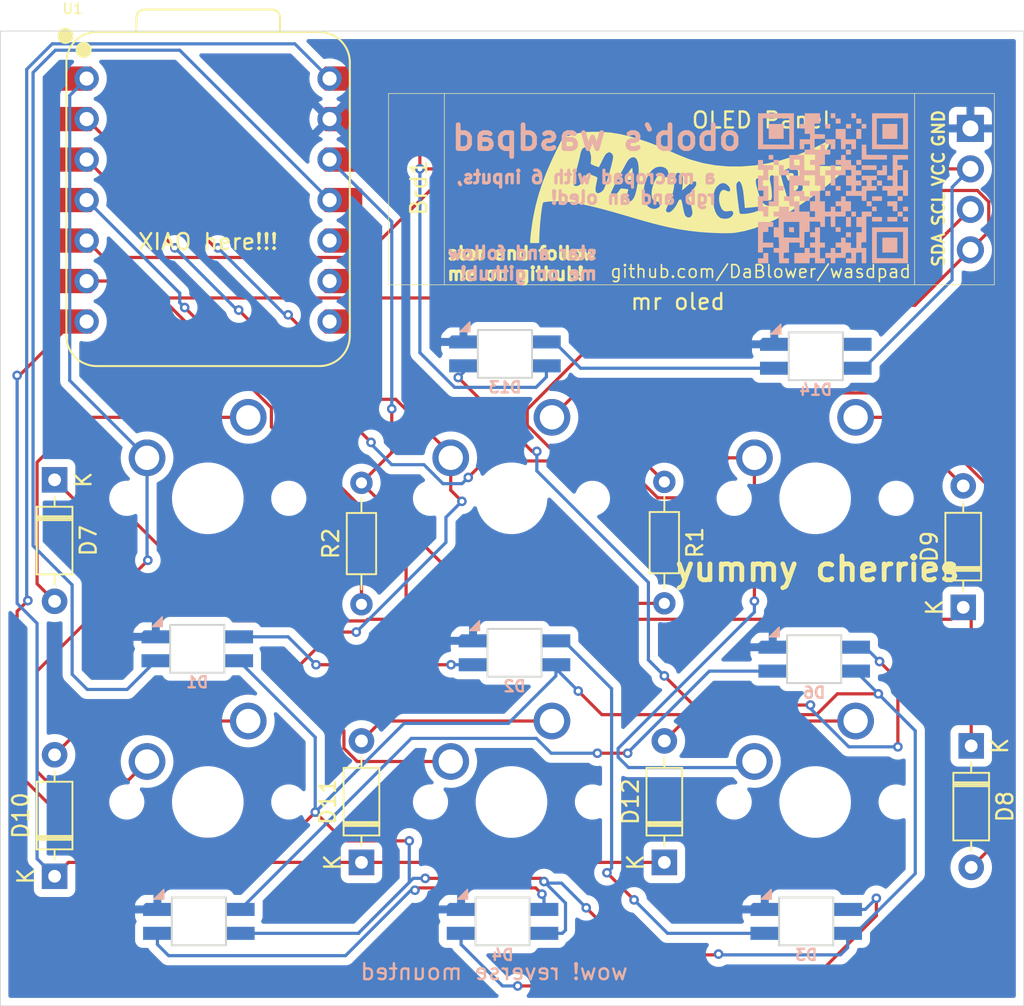
<source format=kicad_pcb>
(kicad_pcb (version 20240108) (generator "pcbnew") (generator_version "8.0")
  (layers (0 "F.Cu" signal) (31 "B.Cu" signal) (34 "B.Paste" user) (35 "F.Paste" user) (36 "B.SilkS" user "B.Silkscreen") (37 "F.SilkS" user "F.Silkscreen") (38 "B.Mask" user) (39 "F.Mask" user) (44 "Edge.Cuts" user))
  (net 0 "")
  (net 1 "GND")
  (net 2 "SDA")
  (net 3 "+5V")
  (net 4 "SCL")
  (net 5 "LEDin")
  (net 6 "Net-(D1-DOUT)")
  (net 7 "Net-(D2-DOUT)")
  (net 8 "DOUT")
  (net 9 "Net-(D4-DOUT)")
  (net 10 "Net-(D5-DOUT)")
  (net 11 "Row 0")
  (net 12 "Net-(D7-A)")
  (net 13 "Net-(D8-A)")
  (net 14 "Net-(D9-A)")
  (net 15 "Row 1")
  (net 16 "Net-(D10-A)")
  (net 17 "Net-(D11-A)")
  (net 18 "Net-(D12-A)")
  (net 19 "+3V3")
  (net 20 "Col 0")
  (net 21 "Col 1")
  (net 22 "Col 2")
  (net 29 "Net-(D13-DOUT)")
  (net 30 "Net-(D13-DIN)")
  (footprint "oled:SSD1306-0.91-OLED-4pin-128x32" (layer "F.Cu") (at 97.7 80.015)
    (property "Reference" "Brd1" (at 1.9 5.91 90) (layer "F.SilkS"))
    (property "Value" "SSD1306")
    (fp_text user "VCC" (at 34.5 4.73 -90) (layer "F.SilkS") (effects (font (size 0.75 0.75))))
    (fp_text user "GND" (at 34.5 2.19 -90) (layer "F.SilkS") (effects (font (size 0.75 0.75))))
    (fp_text user "OLED Panel" (at 23.39 1.675 0) (layer "F.SilkS"))
    (fp_text user "SDA" (at 34.5 9.81 -90) (layer "F.SilkS") (effects (font (size 0.75 0.75))))
    (fp_text user "SCL" (at 34.5 7.27 -90) (layer "F.SilkS") (effects (font (size 0.75 0.75))))
    (pad "1" thru_hole rect (at 36.5 2.19) (size 1.7 1.7) (drill 1) (layers "*.Cu" "*.Mask") (net 1 "GND"))
    (pad "2" thru_hole oval (at 36.5 4.73) (size 1.7 1.7) (drill 1) (layers "*.Cu" "*.Mask") (net 3 "+5V"))
    (pad "3" thru_hole oval (at 36.5 7.27) (size 1.7 1.7) (drill 1) (layers "*.Cu" "*.Mask") (net 4 "SCL"))
    (pad "4" thru_hole oval (at 36.5 9.81) (size 1.7 1.7) (drill 1) (layers "*.Cu" "*.Mask") (net 2 "SDA"))
  )
  (footprint "mx:MX-Solderable-1U" (layer "F.Cu") (at 86.36 124.46)
    (property "Reference" "SW4")
    (property "Value" "SW_Push_45deg")
    (pad "" np_thru_hole circle (at -5.08 0 48.099) (size 1.7018 1.7018) (drill 1.7018) (layers "F&B.Cu" "*.Mask"))
    (pad "" np_thru_hole circle (at 0 0) (size 3.9878 3.9878) (drill 3.9878) (layers "*.Cu" "*.Mask"))
    (pad "" np_thru_hole circle (at 5.08 0 48.099) (size 1.7018 1.7018) (drill 1.7018) (layers "F&B.Cu" "*.Mask"))
    (pad "1" thru_hole circle (at -3.81 -2.54) (size 2.3 2.3) (drill 1.524) (layers "*.Cu" "B.Mask") (net 20 "Col 0"))
    (pad "2" thru_hole circle (at 2.54 -5.08) (size 2.3 2.3) (drill 1.524) (layers "*.Cu" "B.Mask") (net 16 "Net-(D10-A)"))
  )
  (footprint "mx:MX-Solderable-1U" (layer "F.Cu") (at 124.46 124.46)
    (property "Reference" "SW6")
    (property "Value" "SW_Push_45deg")
    (pad "" np_thru_hole circle (at -5.08 0 48.099) (size 1.7018 1.7018) (drill 1.7018) (layers "F&B.Cu" "*.Mask"))
    (pad "" np_thru_hole circle (at 0 0) (size 3.9878 3.9878) (drill 3.9878) (layers "*.Cu" "*.Mask"))
    (pad "" np_thru_hole circle (at 5.08 0 48.099) (size 1.7018 1.7018) (drill 1.7018) (layers "F&B.Cu" "*.Mask"))
    (pad "1" thru_hole circle (at -3.81 -2.54) (size 2.3 2.3) (drill 1.524) (layers "*.Cu" "B.Mask") (net 22 "Col 2"))
    (pad "2" thru_hole circle (at 2.54 -5.08) (size 2.3 2.3) (drill 1.524) (layers "*.Cu" "B.Mask") (net 18 "Net-(D12-A)"))
  )
  (footprint "mx:MX-Solderable-1U" (layer "F.Cu") (at 86.36 105.41)
    (property "Reference" "SW1")
    (property "Value" "SW_Push_45deg")
    (pad "" np_thru_hole circle (at -5.08 0 48.099) (size 1.7018 1.7018) (drill 1.7018) (layers "F&B.Cu" "*.Mask"))
    (pad "" np_thru_hole circle (at 0 0) (size 3.9878 3.9878) (drill 3.9878) (layers "*.Cu" "*.Mask"))
    (pad "" np_thru_hole circle (at 5.08 0 48.099) (size 1.7018 1.7018) (drill 1.7018) (layers "F&B.Cu" "*.Mask"))
    (pad "1" thru_hole circle (at -3.81 -2.54) (size 2.3 2.3) (drill 1.524) (layers "*.Cu" "B.Mask") (net 20 "Col 0"))
    (pad "2" thru_hole circle (at 2.54 -5.08) (size 2.3 2.3) (drill 1.524) (layers "*.Cu" "B.Mask") (net 12 "Net-(D7-A)"))
  )
  (footprint "Diode_THT:D_DO-35_SOD27_P7.62mm_Horizontal" (layer "F.Cu") (at 76.75 104.25 -90)
    (property "Reference" "D7" (at 3.81 -2.12 90) (layer "F.SilkS"))
    (property "Value" "D")
    (fp_text user "K" (at 0 -1.8 90) (layer "F.SilkS"))
    (pad "1" thru_hole rect (at 0 0 270) (size 1.6 1.6) (drill 0.8) (layers "*.Cu" "*.Mask") (net 11 "Row 0"))
    (pad "2" thru_hole oval (at 7.62 0 270) (size 1.6 1.6) (drill 0.8) (layers "*.Cu" "*.Mask") (net 12 "Net-(D7-A)"))
  )
  (footprint "mx:MX-Solderable-1U" (layer "F.Cu") (at 124.46 105.41)
    (property "Reference" "SW3")
    (property "Value" "SW_Push_45deg")
    (pad "" np_thru_hole circle (at -5.08 0 48.099) (size 1.7018 1.7018) (drill 1.7018) (layers "F&B.Cu" "*.Mask"))
    (pad "" np_thru_hole circle (at 0 0) (size 3.9878 3.9878) (drill 3.9878) (layers "*.Cu" "*.Mask"))
    (pad "" np_thru_hole circle (at 5.08 0 48.099) (size 1.7018 1.7018) (drill 1.7018) (layers "F&B.Cu" "*.Mask"))
    (pad "1" thru_hole circle (at -3.81 -2.54) (size 2.3 2.3) (drill 1.524) (layers "*.Cu" "B.Mask") (net 22 "Col 2"))
    (pad "2" thru_hole circle (at 2.54 -5.08) (size 2.3 2.3) (drill 1.524) (layers "*.Cu" "B.Mask") (net 14 "Net-(D9-A)"))
  )
  (footprint "Diode_THT:D_DO-35_SOD27_P7.62mm_Horizontal" (layer "F.Cu") (at 134.25 120.94 -90)
    (property "Reference" "D8" (at 3.81 -2.12 90) (layer "F.SilkS"))
    (property "Value" "D")
    (fp_text user "K" (at 0 -1.8 90) (layer "F.SilkS"))
    (pad "1" thru_hole rect (at 0 0 270) (size 1.6 1.6) (drill 0.8) (layers "*.Cu" "*.Mask") (net 11 "Row 0"))
    (pad "2" thru_hole oval (at 7.62 0 270) (size 1.6 1.6) (drill 0.8) (layers "*.Cu" "*.Mask") (net 13 "Net-(D8-A)"))
  )
  (footprint "mx:MX-Solderable-1U" (layer "F.Cu") (at 105.41 124.46)
    (property "Reference" "SW5")
    (property "Value" "SW_Push_45deg")
    (pad "" np_thru_hole circle (at -5.08 0 48.099) (size 1.7018 1.7018) (drill 1.7018) (layers "F&B.Cu" "*.Mask"))
    (pad "" np_thru_hole circle (at 0 0) (size 3.9878 3.9878) (drill 3.9878) (layers "*.Cu" "*.Mask"))
    (pad "" np_thru_hole circle (at 5.08 0 48.099) (size 1.7018 1.7018) (drill 1.7018) (layers "F&B.Cu" "*.Mask"))
    (pad "1" thru_hole circle (at -3.81 -2.54) (size 2.3 2.3) (drill 1.524) (layers "*.Cu" "B.Mask") (net 21 "Col 1"))
    (pad "2" thru_hole circle (at 2.54 -5.08) (size 2.3 2.3) (drill 1.524) (layers "*.Cu" "B.Mask") (net 17 "Net-(D11-A)"))
  )
  (footprint "mx:MX-Solderable-1U" (layer "F.Cu") (at 105.41 105.41)
    (property "Reference" "SW2")
    (property "Value" "SW_Push_45deg")
    (pad "" np_thru_hole circle (at -5.08 0 48.099) (size 1.7018 1.7018) (drill 1.7018) (layers "F&B.Cu" "*.Mask"))
    (pad "" np_thru_hole circle (at 0 0) (size 3.9878 3.9878) (drill 3.9878) (layers "*.Cu" "*.Mask"))
    (pad "" np_thru_hole circle (at 5.08 0 48.099) (size 1.7018 1.7018) (drill 1.7018) (layers "F&B.Cu" "*.Mask"))
    (pad "1" thru_hole circle (at -3.81 -2.54) (size 2.3 2.3) (drill 1.524) (layers "*.Cu" "B.Mask") (net 21 "Col 1"))
    (pad "2" thru_hole circle (at 2.54 -5.08) (size 2.3 2.3) (drill 1.524) (layers "*.Cu" "B.Mask") (net 13 "Net-(D8-A)"))
  )
  (footprint "Diode_THT:D_DO-35_SOD27_P7.62mm_Horizontal" (layer "F.Cu") (at 76.75 129.12 90)
    (property "Reference" "D10" (at 3.81 -2.12 90) (layer "F.SilkS"))
    (property "Value" "D")
    (fp_text user "K" (at 0 -1.8 90) (layer "F.SilkS"))
    (pad "1" thru_hole rect (at 0 0 90) (size 1.6 1.6) (drill 0.8) (layers "*.Cu" "*.Mask") (net 15 "Row 1"))
    (pad "2" thru_hole oval (at 7.62 0 90) (size 1.6 1.6) (drill 0.8) (layers "*.Cu" "*.Mask") (net 16 "Net-(D10-A)"))
  )
  (footprint "Diode_THT:D_DO-35_SOD27_P7.62mm_Horizontal" (layer "F.Cu") (at 133.75 112.25 90)
    (property "Reference" "D9" (at 3.81 -2.12 90) (layer "F.SilkS"))
    (property "Value" "D")
    (fp_text user "K" (at 0 -1.8 90) (layer "F.SilkS"))
    (pad "1" thru_hole rect (at 0 0 90) (size 1.6 1.6) (drill 0.8) (layers "*.Cu" "*.Mask") (net 11 "Row 0"))
    (pad "2" thru_hole oval (at 7.62 0 90) (size 1.6 1.6) (drill 0.8) (layers "*.Cu" "*.Mask") (net 14 "Net-(D9-A)"))
  )
  (footprint "xiao:XIAO-RP2040-DIP" (layer "F.Cu") (at 86.38 86.7)
    (property "Reference" "U1" (at -8.5 -12 0) (layer "F.SilkS") (effects (font (size 0.635 0.635) (thickness 0.1016))))
    (property "Value" "XIAO-RP2040-DIP")
    (pad "1" smd roundrect (at -8.455 -7.62 180) (size 2.432 1.524) (layers "F.Cu" "F.Mask") (roundrect_rratio 0.1) (net 20 "Col 0"))
    (pad "1" thru_hole circle (at -7.62 -7.62 180) (size 1.524 1.524) (drill 0.889) (layers "*.Cu" "*.Mask") (net 20 "Col 0"))
    (pad "2" smd roundrect (at -8.455 -5.08 180) (size 2.432 1.524) (layers "F.Cu" "F.Mask") (roundrect_rratio 0.1) (net 21 "Col 1"))
    (pad "2" thru_hole circle (at -7.62 -5.08 180) (size 1.524 1.524) (drill 0.889) (layers "*.Cu" "*.Mask") (net 21 "Col 1"))
    (pad "3" smd roundrect (at -8.455 -2.54 180) (size 2.432 1.524) (layers "F.Cu" "F.Mask") (roundrect_rratio 0.1) (net 22 "Col 2"))
    (pad "3" thru_hole circle (at -7.62 -2.54 180) (size 1.524 1.524) (drill 0.889) (layers "*.Cu" "*.Mask") (net 22 "Col 2"))
    (pad "4" smd roundrect (at -8.455 0 180) (size 2.432 1.524) (layers "F.Cu" "F.Mask") (roundrect_rratio 0.1) (net 11 "Row 0"))
    (pad "4" thru_hole circle (at -7.62 0 180) (size 1.524 1.524) (drill 0.889) (layers "*.Cu" "*.Mask") (net 11 "Row 0"))
    (pad "5" smd roundrect (at -8.455 2.54 180) (size 2.432 1.524) (layers "F.Cu" "F.Mask") (roundrect_rratio 0.1) (net 2 "SDA"))
    (pad "5" thru_hole circle (at -7.62 2.54 180) (size 1.524 1.524) (drill 0.889) (layers "*.Cu" "*.Mask") (net 2 "SDA"))
    (pad "6" smd roundrect (at -8.455 5.08 180) (size 2.432 1.524) (layers "F.Cu" "F.Mask") (roundrect_rratio 0.1) (net 4 "SCL"))
    (pad "6" thru_hole circle (at -7.62 5.08 180) (size 1.524 1.524) (drill 0.889) (layers "*.Cu" "*.Mask") (net 4 "SCL"))
    (pad "7" smd roundrect (at -8.455 7.62 180) (size 2.432 1.524) (layers "F.Cu" "F.Mask") (roundrect_rratio 0.1) (net 15 "Row 1"))
    (pad "7" thru_hole circle (at -7.62 7.62 180) (size 1.524 1.524) (drill 0.889) (layers "*.Cu" "*.Mask") (net 15 "Row 1"))
    (pad "8" thru_hole circle (at 7.62 7.62) (size 1.524 1.524) (drill 0.889) (layers "*.Cu" "*.Mask"))
    (pad "8" smd roundrect (at 8.455 7.62) (size 2.432 1.524) (layers "F.Cu" "F.Mask") (roundrect_rratio 0.1))
    (pad "9" thru_hole circle (at 7.62 5.08) (size 1.524 1.524) (drill 0.889) (layers "*.Cu" "*.Mask"))
    (pad "9" smd roundrect (at 8.455 5.08) (size 2.432 1.524) (layers "F.Cu" "F.Mask") (roundrect_rratio 0.1))
    (pad "10" thru_hole circle (at 7.62 2.54) (size 1.524 1.524) (drill 0.889) (layers "*.Cu" "*.Mask"))
    (pad "10" smd roundrect (at 8.455 2.54) (size 2.432 1.524) (layers "F.Cu" "F.Mask") (roundrect_rratio 0.1))
    (pad "11" thru_hole circle (at 7.62 0) (size 1.524 1.524) (drill 0.889) (layers "*.Cu" "*.Mask") (net 5 "LEDin"))
    (pad "11" smd roundrect (at 8.455 0) (size 2.432 1.524) (layers "F.Cu" "F.Mask") (roundrect_rratio 0.1) (net 5 "LEDin"))
    (pad "12" thru_hole circle (at 7.62 -2.54) (size 1.524 1.524) (drill 0.889) (layers "*.Cu" "*.Mask") (net 19 "+3V3"))
    (pad "12" smd roundrect (at 8.455 -2.54) (size 2.432 1.524) (layers "F.Cu" "F.Mask") (roundrect_rratio 0.1) (net 19 "+3V3"))
    (pad "13" thru_hole circle (at 7.62 -5.08) (size 1.524 1.524) (drill 0.889) (layers "*.Cu" "*.Mask") (net 1 "GND"))
    (pad "13" smd roundrect (at 8.455 -5.08) (size 2.432 1.524) (layers "F.Cu" "F.Mask") (roundrect_rratio 0.1) (net 1 "GND"))
    (pad "14" thru_hole circle (at 7.62 -7.62) (size 1.524 1.524) (drill 0.889) (layers "*.Cu" "*.Mask") (net 3 "+5V"))
    (pad "14" smd roundrect (at 8.455 -7.62) (size 2.432 1.524) (layers "F.Cu" "F.Mask") (roundrect_rratio 0.1) (net 3 "+5V"))
  )
  (footprint "LOGO" (layer "F.Cu") (at 116.585 85.9)
    (property "Reference" "G***" (hide yes))
    (property "Value" "LOGO" (hide yes))
  )
  (footprint "Resistor_THT:R_Axial_DIN0204_L3.6mm_D1.6mm_P7.62mm_Horizontal" (layer "F.Cu") (at 96 112.06 90)
    (property "Reference" "R2" (at 3.81 -1.92 90) (layer "F.SilkS"))
    (property "Value" "4k7")
    (pad "1" thru_hole circle (at 0 0 90) (size 1.4 1.4) (drill 0.7) (layers "*.Cu" "*.Mask") (net 4 "SCL"))
    (pad "2" thru_hole oval (at 7.62 0 90) (size 1.4 1.4) (drill 0.7) (layers "*.Cu" "*.Mask") (net 19 "+3V3"))
  )
  (footprint "Resistor_THT:R_Axial_DIN0204_L3.6mm_D1.6mm_P7.62mm_Horizontal" (layer "F.Cu") (at 115 104.38 -90)
    (property "Reference" "R1" (at 3.81 -1.92 90) (layer "F.SilkS"))
    (property "Value" "4k7")
    (pad "1" thru_hole circle (at 0 0 270) (size 1.4 1.4) (drill 0.7) (layers "*.Cu" "*.Mask") (net 2 "SDA"))
    (pad "2" thru_hole oval (at 7.62 0 270) (size 1.4 1.4) (drill 0.7) (layers "*.Cu" "*.Mask") (net 19 "+3V3"))
  )
  (footprint "Diode_THT:D_DO-35_SOD27_P7.62mm_Horizontal" (layer "F.Cu") (at 115 128.25 90)
    (property "Reference" "D12" (at 3.81 -2.12 90) (layer "F.SilkS"))
    (property "Value" "D")
    (fp_text user "K" (at 0 -1.8 90) (layer "F.SilkS"))
    (pad "1" thru_hole rect (at 0 0 90) (size 1.6 1.6) (drill 0.8) (layers "*.Cu" "*.Mask") (net 15 "Row 1"))
    (pad "2" thru_hole oval (at 7.62 0 90) (size 1.6 1.6) (drill 0.8) (layers "*.Cu" "*.Mask") (net 18 "Net-(D12-A)"))
  )
  (footprint "Diode_THT:D_DO-35_SOD27_P7.62mm_Horizontal" (layer "F.Cu") (at 96 128.25 90)
    (property "Reference" "D11" (at 3.81 -2.12 90) (layer "F.SilkS"))
    (property "Value" "D")
    (fp_text user "K" (at 0 -1.8 90) (layer "F.SilkS"))
    (pad "1" thru_hole rect (at 0 0 90) (size 1.6 1.6) (drill 0.8) (layers "*.Cu" "*.Mask") (net 15 "Row 1"))
    (pad "2" thru_hole oval (at 7.62 0 90) (size 1.6 1.6) (drill 0.8) (layers "*.Cu" "*.Mask") (net 17 "Net-(D11-A)"))
  )
  (footprint "cyao:SK6812MINI-E" (layer "B.Cu") (at 105.6 115.1 180)
    (property "Reference" "D2" (at 0 -2.1 0) (layer "B.SilkS") (effects (font (size 0.7 0.7)) (justify mirror)))
    (property "Value" "SK6812MINI" (hide yes))
    (fp_line (start 1.7 1.5) (end -1.7 1.5) (stroke (width 0.12)) (layer "Edge.Cuts"))
    (fp_line (start 1.7 -1.5) (end 1.7 1.5) (stroke (width 0.12)) (layer "Edge.Cuts"))
    (fp_line (start -1.7 1.5) (end -1.7 -1.5) (stroke (width 0.12)) (layer "Edge.Cuts"))
    (fp_line (start -1.7 -1.5) (end 1.7 -1.5) (stroke (width 0.12)) (layer "Edge.Cuts"))
    (pad "1" smd rect (at -2.6 0.75 180) (size 1.8 0.82) (layers "B.Cu" "B.Paste" "B.Mask") (net 7 "Net-(D2-DOUT)"))
    (pad "2" smd roundrect (at 2.6 0.75 180) (size 1.8 0.82) (layers "B.Cu" "B.Paste" "B.Mask") (roundrect_rratio 0) (chamfer_ratio 0.2) (chamfer bottom_right) (net 1 "GND"))
    (pad "3" smd rect (at 2.6 -0.75 180) (size 1.8 0.82) (layers "B.Cu" "B.Paste" "B.Mask") (net 6 "Net-(D1-DOUT)"))
    (pad "4" smd rect (at -2.6 -0.75 180) (size 1.8 0.82) (layers "B.Cu" "B.Paste" "B.Mask") (net 3 "+5V"))
  )
  (footprint "cyao:SK6812MINI-E" (layer "B.Cu") (at 85.8 131.95 180)
    (property "Reference" "D5" (hide yes))
    (property "Value" "SK6812MINI" (hide yes))
    (fp_line (start 1.7 1.5) (end -1.7 1.5) (stroke (width 0.12)) (layer "Edge.Cuts"))
    (fp_line (start 1.7 -1.5) (end 1.7 1.5) (stroke (width 0.12)) (layer "Edge.Cuts"))
    (fp_line (start -1.7 1.5) (end -1.7 -1.5) (stroke (width 0.12)) (layer "Edge.Cuts"))
    (fp_line (start -1.7 -1.5) (end 1.7 -1.5) (stroke (width 0.12)) (layer "Edge.Cuts"))
    (pad "1" smd rect (at -2.6 0.75 180) (size 1.8 0.82) (layers "B.Cu" "B.Paste" "B.Mask") (net 10 "Net-(D5-DOUT)"))
    (pad "2" smd roundrect (at 2.6 0.75 180) (size 1.8 0.82) (layers "B.Cu" "B.Paste" "B.Mask") (roundrect_rratio 0) (chamfer_ratio 0.2) (chamfer bottom_right) (net 1 "GND"))
    (pad "3" smd rect (at 2.6 -0.75 180) (size 1.8 0.82) (layers "B.Cu" "B.Paste" "B.Mask") (net 9 "Net-(D4-DOUT)"))
    (pad "4" smd rect (at -2.6 -0.75 180) (size 1.8 0.82) (layers "B.Cu" "B.Paste" "B.Mask") (net 3 "+5V"))
  )
  (footprint "cyao:SK6812MINI-E" (layer "B.Cu") (at 123.9 131.95 180)
    (property "Reference" "D3" (at 0 -2.1 0) (layer "B.SilkS") (effects (font (size 0.7 0.7)) (justify mirror)))
    (property "Value" "SK6812MINI" (hide yes))
    (fp_line (start 1.7 1.5) (end -1.7 1.5) (stroke (width 0.12)) (layer "Edge.Cuts"))
    (fp_line (start 1.7 -1.5) (end 1.7 1.5) (stroke (width 0.12)) (layer "Edge.Cuts"))
    (fp_line (start -1.7 1.5) (end -1.7 -1.5) (stroke (width 0.12)) (layer "Edge.Cuts"))
    (fp_line (start -1.7 -1.5) (end 1.7 -1.5) (stroke (width 0.12)) (layer "Edge.Cuts"))
    (pad "1" smd rect (at -2.6 0.75 180) (size 1.8 0.82) (layers "B.Cu" "B.Paste" "B.Mask") (net 8 "DOUT"))
    (pad "2" smd roundrect (at 2.6 0.75 180) (size 1.8 0.82) (layers "B.Cu" "B.Paste" "B.Mask") (roundrect_rratio 0) (chamfer_ratio 0.2) (chamfer bottom_right) (net 1 "GND"))
    (pad "3" smd rect (at 2.6 -0.75 180) (size 1.8 0.82) (layers "B.Cu" "B.Paste" "B.Mask") (net 7 "Net-(D2-DOUT)"))
    (pad "4" smd rect (at -2.6 -0.75 180) (size 1.8 0.82) (layers "B.Cu" "B.Paste" "B.Mask") (net 3 "+5V"))
  )
  (footprint "cyao:SK6812MINI-E" (layer "B.Cu") (at 124.4 115.5 180)
    (property "Reference" "D6" (at 0 -2.1 0) (layer "B.SilkS") (effects (font (size 0.7 0.7)) (justify mirror)))
    (property "Value" "SK6812MINI" (hide yes))
    (fp_line (start 1.7 1.5) (end -1.7 1.5) (stroke (width 0.12)) (layer "Edge.Cuts"))
    (fp_line (start 1.7 -1.5) (end 1.7 1.5) (stroke (width 0.12)) (layer "Edge.Cuts"))
    (fp_line (start -1.7 1.5) (end -1.7 -1.5) (stroke (width 0.12)) (layer "Edge.Cuts"))
    (fp_line (start -1.7 -1.5) (end 1.7 -1.5) (stroke (width 0.12)) (layer "Edge.Cuts"))
    (pad "1" smd rect (at -2.6 0.75 180) (size 1.8 0.82) (layers "B.Cu" "B.Paste" "B.Mask") (net 30 "Net-(D13-DIN)"))
    (pad "2" smd roundrect (at 2.6 0.75 180) (size 1.8 0.82) (layers "B.Cu" "B.Paste" "B.Mask") (roundrect_rratio 0) (chamfer_ratio 0.2) (chamfer bottom_right) (net 1 "GND"))
    (pad "3" smd rect (at 2.6 -0.75 180) (size 1.8 0.82) (layers "B.Cu" "B.Paste" "B.Mask") (net 10 "Net-(D5-DOUT)"))
    (pad "4" smd rect (at -2.6 -0.75 180) (size 1.8 0.82) (layers "B.Cu" "B.Paste" "B.Mask") (net 3 "+5V"))
  )
  (footprint "cyao:SK6812MINI-E" (layer "B.Cu") (at 105 96.35 180)
    (property "Reference" "D13" (at 0 -2.1 0) (layer "B.SilkS") (effects (font (size 0.7 0.7)) (justify mirror)))
    (property "Value" "SK6812MINI" (hide yes))
    (fp_line (start 1.7 1.5) (end -1.7 1.5) (stroke (width 0.12)) (layer "Edge.Cuts"))
    (fp_line (start 1.7 -1.5) (end 1.7 1.5) (stroke (width 0.12)) (layer "Edge.Cuts"))
    (fp_line (start -1.7 1.5) (end -1.7 -1.5) (stroke (width 0.12)) (layer "Edge.Cuts"))
    (fp_line (start -1.7 -1.5) (end 1.7 -1.5) (stroke (width 0.12)) (layer "Edge.Cuts"))
    (pad "1" smd rect (at -2.6 0.75 180) (size 1.8 0.82) (layers "B.Cu" "B.Paste" "B.Mask") (net 29 "Net-(D13-DOUT)"))
    (pad "2" smd roundrect (at 2.6 0.75 180) (size 1.8 0.82) (layers "B.Cu" "B.Paste" "B.Mask") (roundrect_rratio 0) (chamfer_ratio 0.2) (chamfer bottom_right) (net 1 "GND"))
    (pad "3" smd rect (at 2.6 -0.75 180) (size 1.8 0.82) (layers "B.Cu" "B.Paste" "B.Mask") (net 30 "Net-(D13-DIN)"))
    (pad "4" smd rect (at -2.6 -0.75 180) (size 1.8 0.82) (layers "B.Cu" "B.Paste" "B.Mask") (net 3 "+5V"))
  )
  (footprint "cyao:SK6812MINI-E" (layer "B.Cu") (at 104.85 131.95 180)
    (property "Reference" "D4" (at 0 -2.1 0) (layer "B.SilkS") (effects (font (size 0.7 0.7)) (justify mirror)))
    (property "Value" "SK6812MINI" (hide yes))
    (fp_line (start 1.7 1.5) (end -1.7 1.5) (stroke (width 0.12)) (layer "Edge.Cuts"))
    (fp_line (start 1.7 -1.5) (end 1.7 1.5) (stroke (width 0.12)) (layer "Edge.Cuts"))
    (fp_line (start -1.7 1.5) (end -1.7 -1.5) (stroke (width 0.12)) (layer "Edge.Cuts"))
    (fp_line (start -1.7 -1.5) (end 1.7 -1.5) (stroke (width 0.12)) (layer "Edge.Cuts"))
    (pad "1" smd rect (at -2.6 0.75 180) (size 1.8 0.82) (layers "B.Cu" "B.Paste" "B.Mask") (net 9 "Net-(D4-DOUT)"))
    (pad "2" smd roundrect (at 2.6 0.75 180) (size 1.8 0.82) (layers "B.Cu" "B.Paste" "B.Mask") (roundrect_rratio 0) (chamfer_ratio 0.2) (chamfer bottom_right) (net 1 "GND"))
    (pad "3" smd rect (at 2.6 -0.75 180) (size 1.8 0.82) (layers "B.Cu" "B.Paste" "B.Mask") (net 8 "DOUT"))
    (pad "4" smd rect (at -2.6 -0.75 180) (size 1.8 0.82) (layers "B.Cu" "B.Paste" "B.Mask") (net 3 "+5V"))
  )
  (footprint "cyao:SK6812MINI-E" (layer "B.Cu") (at 85.7 114.85 180)
    (property "Reference" "D1" (at 0 -2.1 0) (layer "B.SilkS") (effects (font (size 0.7 0.7)) (justify mirror)))
    (property "Value" "SK6812MINI" (hide yes))
    (fp_line (start 1.7 1.5) (end -1.7 1.5) (stroke (width 0.12)) (layer "Edge.Cuts"))
    (fp_line (start 1.7 -1.5) (end 1.7 1.5) (stroke (width 0.12)) (layer "Edge.Cuts"))
    (fp_line (start -1.7 1.5) (end -1.7 -1.5) (stroke (width 0.12)) (layer "Edge.Cuts"))
    (fp_line (start -1.7 -1.5) (end 1.7 -1.5) (stroke (width 0.12)) (layer "Edge.Cuts"))
    (pad "1" smd rect (at -2.6 0.75 180) (size 1.8 0.82) (layers "B.Cu" "B.Paste" "B.Mask") (net 6 "Net-(D1-DOUT)"))
    (pad "2" smd roundrect (at 2.6 0.75 180) (size 1.8 0.82) (layers "B.Cu" "B.Paste" "B.Mask") (roundrect_rratio 0) (chamfer_ratio 0.2) (chamfer bottom_right) (net 1 "GND"))
    (pad "3" smd rect (at 2.6 -0.75 180) (size 1.8 0.82) (layers "B.Cu" "B.Paste" "B.Mask") (net 5 "LEDin"))
    (pad "4" smd rect (at -2.6 -0.75 180) (size 1.8 0.82) (layers "B.Cu" "B.Paste" "B.Mask") (net 3 "+5V"))
  )
  (footprint "cyao:SK6812MINI-E" (layer "B.Cu") (at 124.5 96.5 180)
    (property "Reference" "D14" (at 0 -2.1 0) (layer "B.SilkS") (effects (font (size 0.7 0.7)) (justify mirror)))
    (property "Value" "SK6812MINI" (hide yes))
    (fp_line (start 1.7 1.5) (end -1.7 1.5) (stroke (width 0.12)) (layer "Edge.Cuts"))
    (fp_line (start 1.7 -1.5) (end 1.7 1.5) (stroke (width 0.12)) (layer "Edge.Cuts"))
    (fp_line (start -1.7 1.5) (end -1.7 -1.5) (stroke (width 0.12)) (layer "Edge.Cuts"))
    (fp_line (start -1.7 -1.5) (end 1.7 -1.5) (stroke (width 0.12)) (layer "Edge.Cuts"))
    (pad "1" smd rect (at -2.6 0.75 180) (size 1.8 0.82) (layers "B.Cu" "B.Paste" "B.Mask"))
    (pad "2" smd roundrect (at 2.6 0.75 180) (size 1.8 0.82) (layers "B.Cu" "B.Paste" "B.Mask") (roundrect_rratio 0) (chamfer_ratio 0.2) (chamfer bottom_right) (net 1 "GND"))
    (pad "3" smd rect (at 2.6 -0.75 180) (size 1.8 0.82) (layers "B.Cu" "B.Paste" "B.Mask") (net 29 "Net-(D13-DOUT)"))
    (pad "4" smd rect (at -2.6 -0.75 180) (size 1.8 0.82) (layers "B.Cu" "B.Paste" "B.Mask") (net 3 "+5V"))
  )
  (footprint "LOGO" (layer "B.Cu") (at 125.58 85.96 180)
    (property "Reference" "G***" (hide yes))
    (property "Value" "LOGO" (hide yes))
  )
  (gr_rect (start 73.35 76.1) (end 137.55 137.25) (stroke (width 0.05)) (fill none) (layer "Edge.Cuts"))
  (gr_text "obob's wasdpad" (at 119.98 83.67 -0) (layer "B.SilkS") (effects (font (size 1.5 1.5) (thickness 0.3) (bold yes)) (justify left bottom mirror)))
  (gr_text "wow! reverse mounted" (at 112.8 135.7 -0) (layer "B.SilkS") (effects (font (size 1 1)) (justify left bottom mirror)))
  (gr_text "star and follow\nme on github!" (at 110.88 91.78 -0) (layer "B.SilkS") (effects (font (size 0.8 0.8) (thickness 0.2) (bold yes)) (justify left bottom mirror)))
  (gr_text "a macropad with 6 inputs,\nrgb and an oled!" (at 118.35 87.02 -0) (layer "B.SilkS") (effects (font (size 0.8 0.8) (thickness 0.2) (bold yes)) (justify left bottom mirror)))
  (gr_text "XIAO here!!!" (at 81.9 89.9 0) (layer "F.SilkS") (effects (font (size 1 1)) (justify left bottom)))
  (gr_text "star and follow\nme on github!" (at 101.28 91.8 0) (layer "F.SilkS") (effects (font (size 0.8 0.8) (thickness 0.2) (bold yes)) (justify left bottom)))
  (gr_text "yummy cherries" (at 115.52 110.72 0) (layer "F.SilkS") (effects (font (size 1.5 1.5) (thickness 0.3) (bold yes)) (justify left bottom)))
  (gr_text "mr oled" (at 112.8 93.66 0) (layer "F.SilkS") (effects (font (size 1 1)) (justify left bottom)))
  (gr_text "github.com/DaBlower/wasdpad" (at 111.55 91.65 0) (layer "F.SilkS") (effects (font (size 0.8 0.8) (thickness 0.1)) (justify left bottom)))
  (segment (start 100.3 86.1) (end 96.098 90.302) (width 0.2) (layer "F.Cu") (net 2))
  (segment (start 106.4 100.83061) (end 106.4 99.82939) (width 0.2) (layer "F.Cu") (net 2))
  (segment (start 96.098 90.302) (end 79.822 90.302) (width 0.2) (layer "F.Cu") (net 2))
  (segment (start 79.822 90.302) (end 78.76 89.24) (width 0.2) (layer "F.Cu") (net 2))
  (segment (start 135.35 88.675) (end 135.35 86.808654) (width 0.2) (layer "F.Cu") (net 2))
  (segment (start 106.4 99.82939) (end 112.92939 93.3) (width 0.2) (layer "F.Cu") (net 2))
  (segment (start 112.92939 93.3) (end 130.725 93.3) (width 0.2) (layer "F.Cu") (net 2))
  (segment (start 113.6861 103.0661) (end 108.63549 103.0661) (width 0.2) (layer "F.Cu") (net 2))
  (segment (start 134.2 89.825) (end 135.35 88.675) (width 0.2) (layer "F.Cu") (net 2))
  (segment (start 134.641346 86.1) (end 100.3 86.1) (width 0.2) (layer "F.Cu") (net 2))
  (segment (start 130.725 93.3) (end 134.2 89.825) (width 0.2) (layer "F.Cu") (net 2))
  (segment (start 108.63549 103.0661) (end 106.4 100.83061) (width 0.2) (layer "F.Cu") (net 2))
  (segment (start 115 104.38) (end 113.6861 103.0661) (width 0.2) (layer "F.Cu") (net 2))
  (segment (start 135.35 86.808654) (end 134.641346 86.1) (width 0.2) (layer "F.Cu") (net 2))
  (segment (start 125.855 117.675) (end 128.425 117.675) (width 0.2) (layer "F.Cu") (net 3))
  (segment (start 110.1 131.1) (end 113.05 134.05) (width 0.2) (layer "F.Cu") (net 3))
  (segment (start 78.6039 126.8039) (end 74.4 122.6) (width 0.2) (layer "F.Cu") (net 3))
  (segment (start 93.1 125.1) (end 91.3961 126.8039) (width 0.2) (layer "F.Cu") (net 3))
  (segment (start 111.08 118.98) (end 124.55 118.98) (width 0.2) (layer "F.Cu") (net 3))
  (segment (start 93.1 125.1) (end 94.9 126.9) (width 0.2) (layer "F.Cu") (net 3))
  (segment (start 113.05 134.05) (end 118.35 134.05) (width 0.2) (layer "F.Cu") (net 3))
  (segment (start 74.4 122.6) (end 74.4 112.5) (width 0.2) (layer "F.Cu") (net 3))
  (segment (start 99.665 84.745) (end 99.665 83.66737) (width 0.2) (layer "F.Cu") (net 3))
  (segment (start 94.9 126.9) (end 99 126.9) (width 0.2) (layer "F.Cu") (net 3))
  (segment (start 91.3961 126.8039) (end 78.6039 126.8039) (width 0.2) (layer "F.Cu") (net 3))
  (segment (start 100 129.25) (end 107.25 129.25) (width 0.2) (layer "F.Cu") (net 3))
  (segment (start 107.25 129.25) (end 107.45 129.45) (width 0.2) (layer "F.Cu") (net 3))
  (segment (start 95.07763 79.08) (end 94 79.08) (width 0.2) (layer "F.Cu") (net 3))
  (segment (start 109.6 117.5) (end 111.08 118.98) (width 0.2) (layer "F.Cu") (net 3))
  (segment (start 99.665 83.66737) (end 95.07763 79.08) (width 0.2) (layer "F.Cu") (net 3))
  (segment (start 118.35 134.05) (end 118.4 134) (width 0.2) (layer "F.Cu") (net 3))
  (segment (start 134.2 84.745) (end 99.665 84.745) (width 0.2) (layer "F.Cu") (net 3))
  (segment (start 74.4 112.5) (end 75.074265 111.825735) (width 0.2) (layer "F.Cu") (net 3))
  (segment (start 124.55 118.98) (end 125.855 117.675) (width 0.2) (layer "F.Cu") (net 3))
  (via (at 107.45 129.45) (size 0.6) (drill 0.3) (layers "F.Cu" "B.Cu") (net 3))
  (via (at 75.074265 111.825735) (size 0.6) (drill 0.3) (layers "F.Cu" "B.Cu") (net 3))
  (via (at 128.425 117.675) (size 0.6) (drill 0.3) (layers "F.Cu" "B.Cu") (net 3))
  (via (at 109.6 117.5) (size 0.6) (drill 0.3) (layers "F.Cu" "B.Cu") (net 3))
  (via (at 93.1 125.1) (size 0.6) (drill 0.3) (layers "F.Cu" "B.Cu") (net 3))
  (via (at 99.665 84.745) (size 0.6) (drill 0.3) (layers "F.Cu" "B.Cu") (net 3))
  (via (at 110.1 131.1) (size 0.6) (drill 0.3) (layers "F.Cu" "B.Cu") (net 3))
  (via (at 99 126.9) (size 0.6) (drill 0.3) (layers "F.Cu" "B.Cu") (net 3))
  (via (at 100 129.25) (size 0.6) (drill 0.3) (layers "F.Cu" "B.Cu") (net 3))
  (via (at 118.4 134) (size 0.6) (drill 0.3) (layers "F.Cu" "B.Cu") (net 3))
  (segment (start 88.4 132.7) (end 95.834314 132.7) (width 0.2) (layer "B.Cu") (net 3))
  (segment (start 108.6 132.7) (end 107.45 132.7) (width 0.2) (layer "B.Cu") (net 3))
  (segment (start 133.05 91.71) (end 133.05 85.895) (width 0.2) (layer "B.Cu") (net 3))
  (segment (start 126.5 132.7) (end 126.99 132.7) (width 0.2) (layer "B.Cu") (net 3))
  (segment (start 75 111.9) (end 75 78.5) (width 0.2) (layer "B.Cu") (net 3))
  (segment (start 107.45 129.45) (end 108.8 130.8) (width 0.2) (layer "B.Cu") (net 3))
  (segment (start 108.2 115.85) (end 108.2 116.1) (width 0.2) (layer "B.Cu") (net 3))
  (segment (start 108.55 129.55) (end 110.1 131.1) (width 0.2) (layer "B.Cu") (net 3))
  (segment (start 93.1 120.4) (end 88.3 115.6) (width 0.2) (layer "B.Cu") (net 3))
  (segment (start 99.665 96.275) (end 99.665 84.745) (width 0.2) (layer "B.Cu") (net 3))
  (segment (start 105.218528 119.53) (end 98.67 119.53) (width 0.2) (layer "B.Cu") (net 3))
  (segment (start 118.45 134.05) (end 126.05 134.05) (width 0.2) (layer "B.Cu") (net 3))
  (segment (start 107.45 129.45) (end 107.55 129.55) (width 0.2) (layer "B.Cu") (net 3))
  (segment (start 93.1 125.1) (end 93.1 120.4) (width 0.2) (layer "B.Cu") (net 3))
  (segment (start 133.05 85.895) (end 134.2 84.745) (width 0.2) (layer "B.Cu") (net 3))
  (segment (start 99.25 129.25) (end 100 129.25) (width 0.2) (layer "B.Cu") (net 3))
  (segment (start 99 126.9) (end 99 129.5) (width 0.2) (layer "B.Cu") (net 3))
  (segment (start 106.948528 98.45) (end 101.84 98.45) (width 0.2) (layer "B.Cu") (net 3))
  (segment (start 127.1 97.25) (end 127.51 97.25) (width 0.2) (layer "B.Cu") (net 3))
  (segment (start 128.425 117.675) (end 127 116.25) (width 0.2) (layer "B.Cu") (net 3))
  (segment (start 99 129.5) (end 95.834314 132.665686) (width 0.2) (layer "B.Cu") (net 3))
  (segment (start 126.05 134.05) (end 126.5 133.6) (width 0.2) (layer "B.Cu") (net 3))
  (segment (start 101.84 98.45) (end 99.665 96.275) (width 0.2) (layer "B.Cu") (net 3))
  (segment (start 126.5 133.6) (end 126.5 132.7) (width 0.2) (layer "B.Cu") (net 3))
  (segment (start 107.6 97.798528) (end 106.948528 98.45) (width 0.2) (layer "B.Cu") (net 3))
  (segment (start 127.51 97.25) (end 133.05 91.71) (width 0.2) (layer "B.Cu") (net 3))
  (segment (start 108.2 116.548528) (end 105.218528 119.53) (width 0.2) (layer "B.Cu") (net 3))
  (segment (start 76.6 76.9) (end 91.82 76.9) (width 0.2) (layer "B.Cu") (net 3))
  (segment (start 108.2 116.1) (end 109.6 117.5) (width 0.2) (layer "B.Cu") (net 3))
  (segment (start 108.2 115.85) (end 108.2 116.548528) (width 0.2) (layer "B.Cu") (net 3))
  (segment (start 108.8 130.8) (end 108.8 132.5) (width 0.2) (layer "B.Cu") (net 3))
  (segment (start 108.8 132.5) (end 108.6 132.7) (width 0.2) (layer "B.Cu") (net 3))
  (segment (start 107.6 97.1) (end 107.6 97.798528) (width 0.2) (layer "B.Cu") (net 3))
  (segment (start 95.834314 132.665686) (end 95.834314 132.7) (width 0.2) (layer "B.Cu") (net 3))
  (segment (start 126.99 132.7) (end 130.7409 128.9491) (width 0.2) (layer "B.Cu") (net 3))
  (segment (start 75 78.5) (end 76.6 76.9) (width 0.2) (layer "B.Cu") (net 3))
  (segment (start 91.82 76.9) (end 94 79.08) (width 0.2) (layer "B.Cu") (net 3))
  (segment (start 99 129.5) (end 99.25 129.25) (width 0.2) (layer "B.Cu") (net 3))
  (segment (start 107.55 129.55) (end 108.55 129.55) (width 0.2) (layer "B.Cu") (net 3))
  (segment (start 130.7409 128.9491) (end 130.7409 119.9909) (width 0.2) (layer "B.Cu") (net 3))
  (segment (start 118.4 134) (end 118.45 134.05) (width 0.2) (layer "B.Cu") (net 3))
  (segment (start 98.67 119.53) (end 93.1 125.1) (width 0.2) (layer "B.Cu") (net 3))
  (segment (start 130.7409 119.9909) (end 128.425 117.675) (width 0.2) (layer "B.Cu") (net 3))
  (segment (start 90.35 99.72939) (end 83.110305 92.489695) (width 0.2) (layer "F.Cu") (net 4))
  (segment (start 83.110305 92.489695) (end 82.40061 91.78) (width 0.2) (layer "F.Cu") (net 4))
  (segment (start 82.40061 91.78) (end 78.76 91.78) (width 0.2) (layer "F.Cu") (net 4))
  (segment (start 90.35 100.93061) (end 90.35 99.72939) (width 0.2) (layer "F.Cu") (net 4))
  (segment (start 128.643 92.842) (end 83.46261 92.842) (width 0.2) (layer "F.Cu") (net 4))
  (segment (start 83.46261 92.842) (end 83.110305 92.489695) (width 0.2) (layer "F.Cu") (net 4))
  (segment (start 134.2 87.285) (end 128.643 92.842) (width 0.2) (layer "F.Cu") (net 4))
  (segment (start 96 112.06) (end 96 106.58061) (width 0.2) (layer "F.Cu") (net 4))
  (segment (start 96 106.58061) (end 90.35 100.93061) (width 0.2) (layer "F.Cu") (net 4))
  (segment (start 83.1 115.6) (end 82.61 115.6) (width 0.2) (layer "B.Cu") (net 5))
  (segment (start 77.85 116.45) (end 78.8 117.4) (width 0.2) (layer "B.Cu") (net 5))
  (segment (start 84.6 77.3) (end 94 86.7) (width 0.2) (layer "B.Cu") (net 5))
  (segment (start 81.3 117.4) (end 83.1 115.6) (width 0.2) (layer "B.Cu") (net 5))
  (segment (start 76.8 77.3) (end 84.6 77.3) (width 0.2) (layer "B.Cu") (net 5))
  (segment (start 75.4 108.39) (end 77.85 110.84) (width 0.2) (layer "B.Cu") (net 5))
  (segment (start 75.4 108.39) (end 75.4 78.7) (width 0.2) (layer "B.Cu") (net 5))
  (segment (start 75.4 78.7) (end 76.8 77.3) (width 0.2) (layer "B.Cu") (net 5))
  (segment (start 78.8 117.4) (end 81.3 117.4) (width 0.2) (layer "B.Cu") (net 5))
  (segment (start 77.85 110.84) (end 77.85 116.45) (width 0.2) (layer "B.Cu") (net 5))
  (segment (start 93.15 115.85) (end 101.62 115.85) (width 0.2) (layer "F.Cu") (net 6))
  (via (at 93.15 115.85) (size 0.6) (drill 0.3) (layers "F.Cu" "B.Cu") (net 6))
  (via (at 101.62 115.85) (size 0.6) (drill 0.3) (layers "F.Cu" "B.Cu") (net 6))
  (segment (start 101.62 115.85) (end 103 115.85) (width 0.2) (layer "B.Cu") (net 6))
  (segment (start 88.3 114.1) (end 91.4 114.1) (width 0.2) (layer "B.Cu") (net 6))
  (segment (start 91.4 114.1) (end 93.15 115.85) (width 0.2) (layer "B.Cu") (net 6))
  (segment (start 113.1 130.6) (end 111.4 128.9) (width 0.2) (layer "F.Cu") (net 7))
  (via (at 111.4 128.9) (size 0.6) (drill 0.3) (layers "F.Cu" "B.Cu") (net 7))
  (via (at 113.1 130.6) (size 0.6) (drill 0.3) (layers "F.Cu" "B.Cu") (net 7))
  (segment (start 115.2 132.7) (end 113.1 130.6) (width 0.2) (layer "B.Cu") (net 7))
  (segment (start 111.6909 117.3509) (end 108.69 114.35) (width 0.2) (layer "B.Cu") (net 7))
  (segment (start 111.4 128.9) (end 111.6909 128.6091) (width 0.2) (layer "B.Cu") (net 7))
  (segment (start 111.6909 128.6091) (end 111.6909 117.3509) (width 0.2) (layer "B.Cu") (net 7))
  (segment (start 121.3 132.7) (end 115.2 132.7) (width 0.2) (layer "B.Cu") (net 7))
  (segment (start 108.69 114.35) (end 108.2 114.35) (width 0.2) (layer "B.Cu") (net 7))
  (segment (start 128.3 130.5) (end 128.3 131.598528) (width 0.2) (layer "F.Cu") (net 8))
  (segment (start 128.3 131.598528) (end 123.898528 136) (width 0.2) (layer "F.Cu") (net 8))
  (segment (start 123.898528 136) (end 105.8 136) (width 0.2) (layer "F.Cu") (net 8))
  (via (at 128.3 130.5) (size 0.6) (drill 0.3) (layers "F.Cu" "B.Cu") (net 8))
  (via (at 105.8 136) (size 0.6) (drill 0.3) (layers "F.Cu" "B.Cu") (net 8))
  (segment (start 102.25 133.398528) (end 102.25 132.7) (width 0.2) (layer "B.Cu") (net 8))
  (segment (start 127.6 131.2) (end 128.3 130.5) (width 0.2) (layer "B.Cu") (net 8))
  (segment (start 104.851472 136) (end 102.25 133.398528) (width 0.2) (layer "B.Cu") (net 8))
  (segment (start 105.8 136) (end 104.851472 136) (width 0.2) (layer "B.Cu") (net 8))
  (segment (start 126.5 131.2) (end 127.6 131.2) (width 0.2) (layer "B.Cu") (net 8))
  (segment (start 99.498529 129.85) (end 99.354515 129.994014) (width 0.2) (layer "F.Cu") (net 9))
  (segment (start 106.932185 129.85) (end 99.498529 129.85) (width 0.2) (layer "F.Cu") (net 9))
  (segment (start 107.321857 130.239672) (end 106.932185 129.85) (width 0.2) (layer "F.Cu") (net 9))
  (via (at 99.354515 129.994014) (size 0.6) (drill 0.3) (layers "F.Cu" "B.Cu") (net 9))
  (via (at 107.321857 130.239672) (size 0.6) (drill 0.3) (layers "F.Cu" "B.Cu") (net 9))
  (segment (start 83.2 132.7) (end 83.2 133.398528) (width 0.2) (layer "B.Cu") (net 9))
  (segment (start 107.45 130.367815) (end 107.321857 130.239672) (width 0.2) (layer "B.Cu") (net 9))
  (segment (start 107.45 131.2) (end 107.45 130.367815) (width 0.2) (layer "B.Cu") (net 9))
  (segment (start 83.2 133.398528) (end 83.901472 134.1) (width 0.2) (layer "B.Cu") (net 9))
  (segment (start 83.901472 134.1) (end 94.999999 134.1) (width 0.2) (layer "B.Cu") (net 9))
  (segment (start 94.999999 134.1) (end 99.249999 129.85) (width 0.2) (layer "B.Cu") (net 9))
  (segment (start 110.8 121.4) (end 112.7 121.4) (width 0.2) (layer "F.Cu") (net 10))
  (via (at 110.8 121.4) (size 0.6) (drill 0.3) (layers "F.Cu" "B.Cu") (net 10))
  (via (at 112.7 121.4) (size 0.6) (drill 0.3) (layers "F.Cu" "B.Cu") (net 10))
  (segment (start 107.9 121.4) (end 110.8 121.4) (width 0.2) (layer "B.Cu") (net 10))
  (segment (start 112.7 121.374365) (end 117.824365 116.25) (width 0.2) (layer "B.Cu") (net 10))
  (segment (start 99.13 120.47) (end 106.97 120.47) (width 0.2) (layer "B.Cu") (net 10))
  (segment (start 117.824365 116.25) (end 121.8 116.25) (width 0.2) (layer "B.Cu") (net 10))
  (segment (start 106.97 120.47) (end 107.9 121.4) (width 0.2) (layer "B.Cu") (net 10))
  (segment (start 112.7 121.4) (end 112.7 121.374365) (width 0.2) (layer "B.Cu") (net 10))
  (segment (start 88.4 131.2) (end 99.13 120.47) (width 0.2) (layer "B.Cu") (net 10))
  (segment (start 90.75 99.280863) (end 84.911137 93.442) (width 0.2) (layer "F.Cu") (net 11))
  (segment (start 90.75 100.75) (end 90.75 99.280863) (width 0.2) (layer "F.Cu") (net 11))
  (segment (start 98.8 108.8) (end 90.75 100.75) (width 0.2) (layer "F.Cu") (net 11))
  (segment (start 98.8 113) (end 96.4 113) (width 0.2) (layer "F.Cu") (net 11))
  (segment (start 88 113.101472) (end 81.598528 106.7) (width 0.2) (layer "F.Cu") (net 11))
  (segment (start 134.25 120.94) (end 134.25 112.75) (width 0.2) (layer "F.Cu") (net 11))
  (segment (start 133 113) (end 98.8 113) (width 0.2) (layer "F.Cu") (net 11))
  (segment (start 134.25 112.75) (end 133.75 112.25) (width 0.2) (layer "F.Cu") (net 11))
  (segment (start 79.2 106.7) (end 76.75 104.25) (width 0.2) (layer "F.Cu") (net 11))
  (segment (start 81.598528 106.7) (end 79.2 106.7) (width 0.2) (layer "F.Cu") (net 11))
  (segment (start 98.8 113) (end 98.8 108.8) (width 0.2) (layer "F.Cu") (net 11))
  (segment (start 133.75 112.25) (end 133 113) (width 0.2) (layer "F.Cu") (net 11))
  (segment (start 96.298528 113.101472) (end 88 113.101472) (width 0.2) (layer "F.Cu") (net 11))
  (segment (start 96.4 113) (end 96.298528 113.101472) (width 0.2) (layer "F.Cu") (net 11))
  (via (at 84.911137 93.442) (size 0.6) (drill 0.3) (layers "F.Cu" "B.Cu") (net 11))
  (segment (start 84.6 92.54) (end 78.76 86.7) (width 0.2) (layer "B.Cu") (net 11))
  (segment (start 84.6 93.130863) (end 84.6 92.54) (width 0.2) (layer "B.Cu") (net 11))
  (segment (start 84.911137 93.442) (end 84.6 93.130863) (width 0.2) (layer "B.Cu") (net 11))
  (segment (start 76.75 111.87) (end 75.65 110.77) (width 0.2) (layer "F.Cu") (net 12))
  (segment (start 75.65 103.15) (end 78.47 100.33) (width 0.2) (layer "F.Cu") (net 12))
  (segment (start 78.47 100.33) (end 88.9 100.33) (width 0.2) (layer "F.Cu") (net 12))
  (segment (start 75.65 110.77) (end 75.65 103.15) (width 0.2) (layer "F.Cu") (net 12))
  (segment (start 135.9 126.91) (end 135.9 105.224365) (width 0.2) (layer "F.Cu") (net 13))
  (segment (start 109.48 98.8) (end 107.95 100.33) (width 0.2) (layer "F.Cu") (net 13))
  (segment (start 134.25 128.56) (end 135.9 126.91) (width 0.2) (layer "F.Cu") (net 13))
  (segment (start 135.9 105.224365) (end 129.475635 98.8) (width 0.2) (layer "F.Cu") (net 13))
  (segment (start 129.475635 98.8) (end 109.48 98.8) (width 0.2) (layer "F.Cu") (net 13))
  (segment (start 129.45 100.33) (end 133.75 104.63) (width 0.2) (layer "F.Cu") (net 14))
  (segment (start 127 100.33) (end 129.45 100.33) (width 0.2) (layer "F.Cu") (net 14))
  (segment (start 115 128.25) (end 96 128.25) (width 0.2) (layer "F.Cu") (net 15))
  (segment (start 74.545 97.7) (end 77.925 94.32) (width 0.2) (layer "F.Cu") (net 15))
  (segment (start 74.4 97.7) (end 74.545 97.7) (width 0.2) (layer "F.Cu") (net 15))
  (segment (start 77.62 128.25) (end 76.75 129.12) (width 0.2) (layer "F.Cu") (net 15))
  (segment (start 96 128.25) (end 77.62 128.25) (width 0.2) (layer "F.Cu") (net 15))
  (via (at 74.4 97.7) (size 0.6) (drill 0.3) (layers "F.Cu" "B.Cu") (net 15))
  (segment (start 75.65 128.02) (end 75.65 113.25) (width 0.2) (layer "B.Cu") (net 15))
  (segment (start 76.75 129.12) (end 75.65 128.02) (width 0.2) (layer "B.Cu") (net 15))
  (segment (start 74.4 112) (end 74.4 97.7) (width 0.2) (layer "B.Cu") (net 15))
  (segment (start 75.65 113.25) (end 74.4 112) (width 0.2) (layer "B.Cu") (net 15))
  (segment (start 76.75 121.5) (end 78.87 119.38) (width 0.2) (layer "F.Cu") (net 16))
  (segment (start 78.87 119.38) (end 88.9 119.38) (width 0.2) (layer "F.Cu") (net 16))
  (segment (start 97.25 119.38) (end 107.95 119.38) (width 0.2) (layer "F.Cu") (net 17))
  (segment (start 96 120.63) (end 97.25 119.38) (width 0.2) (layer "F.Cu") (net 17))
  (segment (start 115 120.63) (end 116.25 119.38) (width 0.2) (layer "F.Cu") (net 18))
  (segment (start 116.25 119.38) (end 127 119.38) (width 0.2) (layer "F.Cu") (net 18))
  (segment (start 96 104.44) (end 103.56 112) (width 0.2) (layer "F.Cu") (net 19))
  (segment (start 103.56 112) (end 115 112) (width 0.2) (layer "F.Cu") (net 19))
  (segment (start 97.9 99.8) (end 97.9 102.54) (width 0.2) (layer "F.Cu") (net 19))
  (segment (start 97.9 102.54) (end 96 104.44) (width 0.2) (layer "F.Cu") (net 19))
  (via (at 97.9 99.8) (size 0.6) (drill 0.3) (layers "F.Cu" "B.Cu") (net 19))
  (segment (start 94 84.16) (end 97.9 88.06) (width 0.2) (layer "B.Cu") (net 19))
  (segment (start 97.9 88.06) (end 97.9 99.8) (width 0.2) (layer "B.Cu") (net 19))
  (segment (start 75.65 116.25) (end 75.65 122.55) (width 0.2) (layer "F.Cu") (net 20))
  (segment (start 75.65 122.55) (end 76.17 123.07) (width 0.2) (layer "F.Cu") (net 20))
  (segment (start 81.4 123.07) (end 82.55 121.92) (width 0.2) (layer "F.Cu") (net 20))
  (segment (start 76.17 123.07) (end 81.4 123.07) (width 0.2) (layer "F.Cu") (net 20))
  (segment (start 82.6 109.3) (end 75.65 116.25) (width 0.2) (layer "F.Cu") (net 20))
  (via (at 82.6 109.3) (size 0.6) (drill 0.3) (layers "F.Cu" "B.Cu") (net 20))
  (segment (start 77.698 98.018) (end 82.55 102.87) (width 0.2) (layer "B.Cu") (net 20))
  (segment (start 77.698 80.142) (end 77.698 98.018) (width 0.2) (layer "B.Cu") (net 20))
  (segment (start 82.55 109.25) (end 82.6 109.3) (width 0.2) (layer "B.Cu") (net 20))
  (segment (start 82.55 102.87) (end 82.55 109.25) (width 0.2) (layer "B.Cu") (net 20))
  (segment (start 78.76 79.08) (end 77.698 80.142) (width 0.2) (layer "B.Cu") (net 20))
  (segment (start 96.7 99.2) (end 98.148529 99.2) (width 0.2) (layer "F.Cu") (net 21))
  (segment (start 92.2 115.8) (end 94.2 113.8) (width 0.2) (layer "F.Cu") (net 21))
  (segment (start 98.148529 99.2) (end 101.6 102.651471) (width 0.2) (layer "F.Cu") (net 21))
  (segment (start 94.2 113.8) (end 95.674214 113.8) (width 0.2) (layer "F.Cu") (net 21))
  (segment (start 94.9 121.085635) (end 94.9 120) (width 0.2) (layer "F.Cu") (net 21))
  (segment (start 92.2 117.3) (end 92.2 115.8) (width 0.2) (layer "F.Cu") (net 21))
  (segment (start 86.842 89.702) (end 87 89.702) (width 0.2) (layer "F.Cu") (net 21))
  (segment (start 95.734365 121.92) (end 94.9 121.085635) (width 0.2) (layer "F.Cu") (net 21))
  (segment (start 101.6 104.9) (end 101.6 102.87) (width 0.2) (layer "F.Cu") (net 21))
  (segment (start 94.9 120) (end 92.2 117.3) (width 0.2) (layer "F.Cu") (net 21))
  (segment (start 102.3 105.6) (end 101.6 104.9) (width 0.2) (layer "F.Cu") (net 21))
  (segment (start 101.6 102.651471) (end 101.6 102.87) (width 0.2) (layer "F.Cu") (net 21))
  (segment (start 91.4 93.9) (end 96.7 99.2) (width 0.2) (layer "F.Cu") (net 21))
  (segment (start 101.6 121.92) (end 95.734365 121.92) (width 0.2) (layer "F.Cu") (net 21))
  (segment (start 78.76 81.62) (end 86.842 89.702) (width 0.2) (layer "F.Cu") (net 21))
  (via (at 87 89.702) (size 0.6) (drill 0.3) (layers "F.Cu" "B.Cu") (net 21))
  (via (at 91.4 93.9) (size 0.6) (drill 0.3) (layers "F.Cu" "B.Cu") (net 21))
  (via (at 102.3 105.6) (size 0.6) (drill 0.3) (layers "F.Cu" "B.Cu") (net 21))
  (via (at 95.674214 113.8) (size 0.6) (drill 0.3) (layers "F.Cu" "B.Cu") (net 21))
  (segment (start 101.3 106.6) (end 101.3 108.174214) (width 0.2) (layer "B.Cu") (net 21))
  (segment (start 101.3 108.174214) (end 95.674214 113.8) (width 0.2) (layer "B.Cu") (net 21))
  (segment (start 101.3 106.6) (end 102.3 105.6) (width 0.2) (layer "B.Cu") (net 21))
  (segment (start 91.198 93.9) (end 91.4 93.9) (width 0.2) (layer "B.Cu") (net 21))
  (segment (start 87 89.702) (end 91.198 93.9) (width 0.2) (layer "B.Cu") (net 21))
  (segment (start 103.7339 103.0661) (end 108.069804 103.0661) (width 0.2) (layer "F.Cu") (net 22))
  (segment (start 114.585786 105.38) (end 116.513655 105.38) (width 0.2) (layer "F.Cu") (net 22))
  (segment (start 109.203704 104.2) (end 113.405786 104.2) (width 0.2) (layer "F.Cu") (net 22))
  (segment (start 116.513655 105.38) (end 119.023655 102.87) (width 0.2) (layer "F.Cu") (net 22))
  (segment (start 102.7 104.1) (end 103.7339 103.0661) (width 0.2) (layer "F.Cu") (net 22))
  (segment (start 119.023655 102.87) (end 120.65 102.87) (width 0.2) (layer "F.Cu") (net 22))
  (segment (start 78.76 84.16) (end 84.3 89.7) (width 0.2) (layer "F.Cu") (net 22))
  (segment (start 88.3 93.6) (end 96.6 101.9) (width 0.2) (layer "F.Cu") (net 22))
  (segment (start 113.405786 104.2) (end 114.585786 105.38) (width 0.2) (layer "F.Cu") (net 22))
  (segment (start 108.069804 103.0661) (end 109.203704 104.2) (width 0.2) (layer "F.Cu") (net 22))
  (segment (start 120.65 102.87) (end 120.65 111.86) (width 0.2) (layer "F.Cu") (net 22))
  (via (at 96.6 101.9) (size 0.6) (drill 0.3) (layers "F.Cu" "B.Cu") (net 22))
  (via (at 84.3 89.7) (size 0.6) (drill 0.3) (layers "F.Cu" "B.Cu") (net 22))
  (via (at 120.65 111.86) (size 0.6) (drill 0.3) (layers "F.Cu" "B.Cu") (net 22))
  (via (at 88.3 93.6) (size 0.6) (drill 0.3) (layers "F.Cu" "B.Cu") (net 22))
  (via (at 102.7 104.1) (size 0.6) (drill 0.3) (layers "F.Cu" "B.Cu") (net 22))
  (segment (start 120.65 112.55) (end 112.1 121.1) (width 0.2) (layer "B.Cu") (net 22))
  (segment (start 99.918329 103.3) (end 101.109164 104.490835) (width 0.2) (layer "B.Cu") (net 22))
  (segment (start 112.1 121.648529) (end 112.751471 122.3) (width 0.2) (layer "B.Cu") (net 22))
  (segment (start 88.2 93.6) (end 88.3 93.6) (width 0.2) (layer "B.Cu") (net 22))
  (segment (start 102.309165 104.490835) (end 102.7 104.1) (width 0.2) (layer "B.Cu") (net 22))
  (segment (start 97.9 103.3) (end 99.918329 103.3) (width 0.2) (layer "B.Cu") (net 22))
  (segment (start 96.6 101.9) (end 96.6 102) (width 0.2) (layer "B.Cu") (net 22))
  (segment (start 112.1 121.1) (end 112.1 121.648529) (width 0.2) (layer "B.Cu") (net 22))
  (segment (start 112.751471 122.3) (end 120.27 122.3) (width 0.2) (layer "B.Cu") (net 22))
  (segment (start 101.109164 104.490835) (end 102.309165 104.490835) (width 0.2) (layer "B.Cu") (net 22))
  (segment (start 96.6 102) (end 97.9 103.3) (width 0.2) (layer "B.Cu") (net 22))
  (segment (start 120.65 112.55) (end 120.65 111.86) (width 0.2) (layer "B.Cu") (net 22))
  (segment (start 84.3 89.7) (end 88.2 93.6) (width 0.2) (layer "B.Cu") (net 22))
  (segment (start 120.27 122.3) (end 120.65 121.92) (width 0.2) (layer "B.Cu") (net 22))
  (segment (start 109.74 97.25) (end 121.9 97.25) (width 0.2) (layer "B.Cu") (net 29))
  (segment (start 108.09 95.6) (end 109.74 97.25) (width 0.2) (layer "B.Cu") (net 29))
  (segment (start 107.6 95.6) (end 108.09 95.6) (width 0.2) (layer "B.Cu") (net 29))
  (segment (start 129.65 116.8) (end 128.5 115.65) (width 0.2) (layer "F.Cu") (net 30))
  (segment (start 106.70463 102.4661) (end 107 102.4661) (width 0.2) (layer "F.Cu") (net 30))
  (segment (start 129.65 121) (end 129.65 116.8) (width 0.2) (layer "F.Cu") (net 30))
  (segment (start 116.83 118.38) (end 124.165735 118.38) (width 0.2) (layer "F.Cu") (net 30))
  (segment (start 102.069265 97.830735) (end 106.70463 102.4661) (width 0.2) (layer "F.Cu") (net 30))
  (segment (start 115 116.55) (end 116.83 118.38) (width 0.2) (layer "F.Cu") (net 30))
  (via (at 124.165735 118.38) (size 0.6) (drill 0.3) (layers "F.Cu" "B.Cu") (net 30))
  (via (at 129.65 121) (size 0.6) (drill 0.3) (layers "F.Cu" "B.Cu") (net 30))
  (via (at 107 102.4661) (size 0.6) (drill 0.3) (layers "F.Cu" "B.Cu") (net 30))
  (via (at 128.5 115.65) (size 0.6) (drill 0.3) (layers "F.Cu" "B.Cu") (net 30))
  (via (at 115 116.55) (size 0.6) (drill 0.3) (layers "F.Cu" "B.Cu") (net 30))
  (via (at 102.069265 97.830735) (size 0.6) (drill 0.3) (layers "F.Cu" "B.Cu") (net 30))
  (segment (start 102.4 97.1) (end 102.4 97.5) (width 0.2) (layer "B.Cu") (net 30))
  (segment (start 124.165735 118.596345) (end 126.56939 121) (width 0.2) (layer "B.Cu") (net 30))
  (segment (start 128.5 115.65) (end 127.6 114.75) (width 0.2) (layer "B.Cu") (net 30))
  (segment (start 124.165735 118.38) (end 124.165735 118.596345) (width 0.2) (layer "B.Cu") (net 30))
  (segment (start 107 102.4661) (end 107 103.685225) (width 0.2) (layer "B.Cu") (net 30))
  (segment (start 107 103.685225) (end 114 110.685225) (width 0.2) (layer "B.Cu") (net 30))
  (segment (start 127.6 114.75) (end 127 114.75) (width 0.2) (layer "B.Cu") (net 30))
  (segment (start 102.4 97.5) (end 102.069265 97.830735) (width 0.2) (layer "B.Cu") (net 30))
  (segment (start 114 110.685225) (end 114 115.55) (width 0.2) (layer "B.Cu") (net 30))
  (segment (start 126.56939 121) (end 129.65 121) (width 0.2) (layer "B.Cu") (net 30))
  (segment (start 114 115.55) (end 115 116.55) (width 0.2) (layer "B.Cu") (net 30))
  (zone (net 1) (net_name "GND") (layer "B.Cu") (connect_pads (clearance 0.5)) (min_thickness 0.25) (fill yes (thermal_gap 0.5) (thermal_bridge_width 0.5))
    (polygon (pts (xy 137.3 76.4) (xy 73.6 76.3) (xy 73.6 137) (xy 137.2 136.8)))
  )
)
</source>
